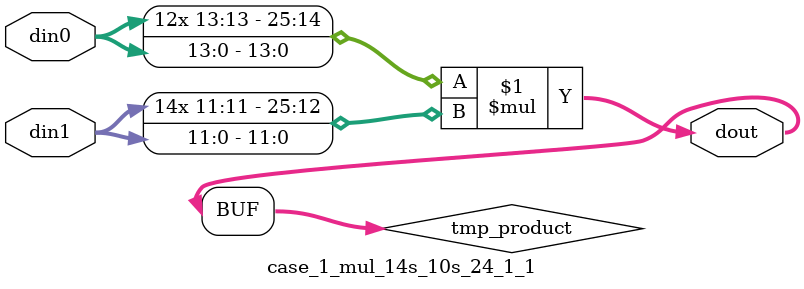
<source format=v>

`timescale 1 ns / 1 ps

 (* use_dsp = "no" *)  module case_1_mul_14s_10s_24_1_1(din0, din1, dout);
parameter ID = 1;
parameter NUM_STAGE = 0;
parameter din0_WIDTH = 14;
parameter din1_WIDTH = 12;
parameter dout_WIDTH = 26;

input [din0_WIDTH - 1 : 0] din0; 
input [din1_WIDTH - 1 : 0] din1; 
output [dout_WIDTH - 1 : 0] dout;

wire signed [dout_WIDTH - 1 : 0] tmp_product;



























assign tmp_product = $signed(din0) * $signed(din1);








assign dout = tmp_product;





















endmodule

</source>
